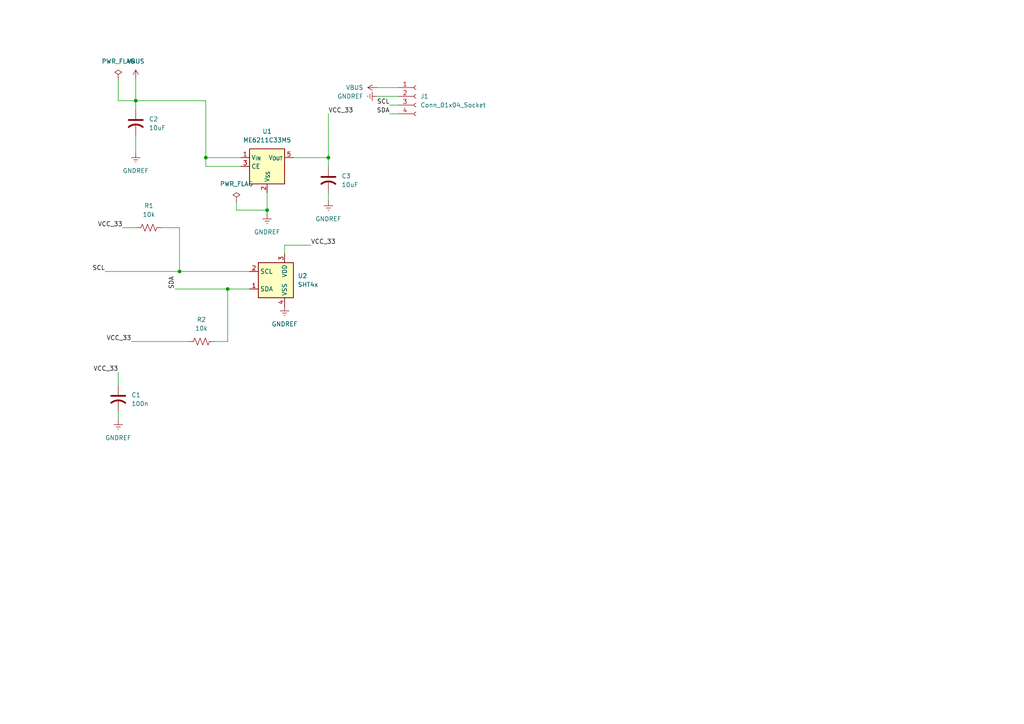
<source format=kicad_sch>
(kicad_sch (version 20250114) (generator "eeschema") (generator_version "9.0")
  (paper "A4")
  (lib_symbols
    (symbol "Connector:Conn_01x04_Socket" (pin_names (offset 1.016) (hide yes))
      (property "Reference" "J" (at 0 5.08 0))
      (property "Value" "Conn_01x04_Socket" (at 0 -7.62 0))
      (symbol "Conn_01x04_Socket_1_1"
        (polyline (pts (xy -1.27 2.54) (xy -0.508 2.54)) (stroke (width 0.1524)))
        (polyline (pts (xy -1.27 0) (xy -0.508 0)) (stroke (width 0.1524)))
        (polyline (pts (xy -1.27 -2.54) (xy -0.508 -2.54)) (stroke (width 0.1524)))
        (polyline (pts (xy -1.27 -5.08) (xy -0.508 -5.08)) (stroke (width 0.1524)))
        (arc (start 0 2.032) (mid -0.5058 2.54) (end 0 3.048) (stroke (width 0.1524)))
        (arc (start 0 -0.508) (mid -0.5058 0) (end 0 0.508) (stroke (width 0.1524)))
        (arc (start 0 -3.048) (mid -0.5058 -2.54) (end 0 -2.032) (stroke (width 0.1524)))
        (arc (start 0 -5.588) (mid -0.5058 -5.08) (end 0 -4.572) (stroke (width 0.1524)))
        (pin passive line (at -5.08 2.54 0) (length 3.81) (name "Pin_1") (number "1"))
        (pin passive line (at -5.08 0 0) (length 3.81) (name "Pin_2") (number "2"))
        (pin passive line (at -5.08 -2.54 0) (length 3.81) (name "Pin_3") (number "3"))
        (pin passive line (at -5.08 -5.08 0) (length 3.81) (name "Pin_4") (number "4"))
      )
    )
    (symbol "Device:C_US" (pin_numbers (hide yes)) (pin_names (offset 0.254) (hide yes))
      (property "Reference" "C" (at 0.635 2.54 0))
      (property "Value" "C_US" (at 0.635 -2.54 0))
      (symbol "C_US_0_1"
        (polyline (pts (xy -2.032 0.762) (xy 2.032 0.762)) (stroke (width 0.508)))
        (arc (start -2.032 -1.27) (mid 0 -0.5572) (end 2.032 -1.27) (stroke (width 0.508)))
      )
      (symbol "C_US_1_1"
        (pin passive line (at 0 3.81 270) (length 2.794) (name "~") (number "1"))
        (pin passive line (at 0 -3.81 90) (length 3.302) (name "~") (number "2"))
      )
    )
    (symbol "Device:R_US" (pin_numbers (hide yes)) (pin_names (offset 0))
      (property "Reference" "R" (at 2.54 0 90))
      (property "Value" "R_US" (at -2.54 0 90))
      (symbol "R_US_0_1"
        (polyline (pts (xy 0 2.286) (xy 0 2.54)))
        (polyline (pts (xy 0 2.286) (xy 1.016 1.905) (xy 0 1.524) (xy -1.016 1.143) (xy 0 0.762)))
        (polyline (pts (xy 0 0.762) (xy 1.016 0.381) (xy 0 0) (xy -1.016 -0.381) (xy 0 -0.762)))
        (polyline (pts (xy 0 -0.762) (xy 1.016 -1.143) (xy 0 -1.524) (xy -1.016 -1.905) (xy 0 -2.286)))
        (polyline (pts (xy 0 -2.286) (xy 0 -2.54)))
      )
      (symbol "R_US_1_1"
        (pin passive line (at 0 3.81 270) (length 1.27) (name "~") (number "1"))
        (pin passive line (at 0 -3.81 90) (length 1.27) (name "~") (number "2"))
      )
    )
    (symbol "Regulator_Linear:ME6211C33M5"
      (property "Reference" "U" (at -4.572 6.35 0))
      (property "Value" "ME6211C33M5" (at 10.16 8.636 0))
      (symbol "ME6211C33M5_1_1"
        (rectangle (start -5.08 5.08) (end 5.08 -5.08) (stroke (width 0.254)) (fill (type background)))
        (pin power_in line (at -7.62 2.54 0) (length 2.54) (name "V_{IN}") (number "1"))
        (pin input line (at -7.62 0 0) (length 2.54) (name "CE") (number "3"))
        (pin power_in line (at 0 -7.62 90) (length 2.54) (name "V_{SS}") (number "2"))
        (pin no_connect line (at 5.08 0 180) (length 2.54) (hide yes) (name "NC") (number "4"))
        (pin power_out line (at 7.62 2.54 180) (length 2.54) (name "V_{OUT}") (number "5"))
      )
    )
    (symbol "Sensor_Humidity:SHT4x"
      (property "Reference" "U" (at 0 8.89 0))
      (property "Value" "SHT4x" (at 0 6.35 0))
      (symbol "SHT4x_1_1"
        (rectangle (start -5.08 5.08) (end 5.08 -5.08) (stroke (width 0.254)) (fill (type background)))
        (pin input line (at -7.62 2.54 0) (length 2.54) (name "SCL") (number "2"))
        (pin bidirectional line (at -7.62 -2.54 0) (length 2.54) (name "SDA") (number "1"))
        (pin power_in line (at 2.54 7.62 270) (length 2.54) (name "VDD") (number "3"))
        (pin power_in line (at 2.54 -7.62 90) (length 2.54) (name "VSS") (number "4"))
      )
    )
    (symbol "power:GNDREF" (power) (pin_numbers (hide yes)) (pin_names (offset 0) (hide yes))
      (property "Value" "GNDREF" (at 0 -3.81 0))
      (symbol "GNDREF_0_1"
        (polyline (pts (xy -0.635 -1.905) (xy 0.635 -1.905)))
        (polyline (pts (xy -0.127 -2.54) (xy 0.127 -2.54)))
        (polyline (pts (xy 0 -1.27) (xy 0 0)))
        (polyline (pts (xy 1.27 -1.27) (xy -1.27 -1.27)))
      )
      (symbol "GNDREF_1_1"
        (pin power_in line (at 0 0 270) (length 0) (name "~") (number "1"))
      )
    )
    (symbol "power:PWR_FLAG" (power) (pin_numbers (hide yes)) (pin_names (offset 0) (hide yes))
      (property "Value" "PWR_FLAG" (at 0 3.81 0))
      (symbol "PWR_FLAG_0_0"
        (pin power_out line (at 0 0 90) (length 0) (name "~") (number "1"))
      )
      (symbol "PWR_FLAG_0_1"
        (polyline (pts (xy 0 0) (xy 0 1.27) (xy -1.016 1.905) (xy 0 2.54) (xy 1.016 1.905) (xy 0 1.27)))
      )
    )
    (symbol "power:VBUS" (power) (pin_numbers (hide yes)) (pin_names (offset 0) (hide yes))
      (property "Value" "VBUS" (at 0 3.556 0))
      (symbol "VBUS_0_1"
        (polyline (pts (xy -0.762 1.27) (xy 0 2.54)))
        (polyline (pts (xy 0 2.54) (xy 0.762 1.27)))
        (polyline (pts (xy 0 0) (xy 0 2.54)))
      )
      (symbol "VBUS_1_1"
        (pin power_in line (at 0 0 90) (length 0) (name "~") (number "1"))
      )
    )
  )
  (junction (at 59.69 45.72))
  (junction (at 66.04 83.82))
  (junction (at 77.47 60.96))
  (junction (at 52.07 78.74))
  (junction (at 39.37 29.21))
  (junction (at 95.25 45.72))
  (wire (pts (xy 34.29 107.95) (xy 34.29 111.76)))
  (wire (pts (xy 109.22 27.94) (xy 115.57 27.94)))
  (wire (pts (xy 39.37 22.86) (xy 39.37 29.21)))
  (wire (pts (xy 69.85 48.26) (xy 59.69 48.26)))
  (wire (pts (xy 95.25 55.88) (xy 95.25 58.42)))
  (wire (pts (xy 52.07 78.74) (xy 72.39 78.74)))
  (wire (pts (xy 77.47 55.88) (xy 77.47 60.96)))
  (wire (pts (xy 113.03 30.48) (xy 115.57 30.48)))
  (wire (pts (xy 34.29 22.86) (xy 34.29 29.21)))
  (wire (pts (xy 50.8 83.82) (xy 66.04 83.82)))
  (wire (pts (xy 38.1 99.06) (xy 54.61 99.06)))
  (wire (pts (xy 69.85 45.72) (xy 59.69 45.72)))
  (wire (pts (xy 95.25 33.02) (xy 95.25 45.72)))
  (wire (pts (xy 46.99 66.04) (xy 52.07 66.04)))
  (wire (pts (xy 68.58 58.42) (xy 68.58 60.96)))
  (wire (pts (xy 59.69 29.21) (xy 39.37 29.21)))
  (wire (pts (xy 109.22 25.4) (xy 115.57 25.4)))
  (wire (pts (xy 113.03 33.02) (xy 115.57 33.02)))
  (wire (pts (xy 62.23 99.06) (xy 66.04 99.06)))
  (wire (pts (xy 66.04 83.82) (xy 72.39 83.82)))
  (wire (pts (xy 39.37 39.37) (xy 39.37 44.45)))
  (wire (pts (xy 59.69 45.72) (xy 59.69 29.21)))
  (wire (pts (xy 35.56 66.04) (xy 39.37 66.04)))
  (wire (pts (xy 52.07 66.04) (xy 52.07 78.74)))
  (wire (pts (xy 34.29 29.21) (xy 39.37 29.21)))
  (wire (pts (xy 82.55 71.12) (xy 82.55 73.66)))
  (wire (pts (xy 68.58 60.96) (xy 77.47 60.96)))
  (wire (pts (xy 77.47 60.96) (xy 77.47 62.23)))
  (wire (pts (xy 34.29 121.92) (xy 34.29 119.38)))
  (wire (pts (xy 90.17 71.12) (xy 82.55 71.12)))
  (wire (pts (xy 39.37 29.21) (xy 39.37 31.75)))
  (wire (pts (xy 66.04 99.06) (xy 66.04 83.82)))
  (wire (pts (xy 59.69 48.26) (xy 59.69 45.72)))
  (wire (pts (xy 30.48 78.74) (xy 52.07 78.74)))
  (wire (pts (xy 85.09 45.72) (xy 95.25 45.72)))
  (wire (pts (xy 95.25 45.72) (xy 95.25 48.26)))
  (label "SCL" (at 113.03 30.48 180))
  (label "SDA" (at 50.8 83.82 90))
  (label "VCC_33" (at 35.56 66.04 180))
  (label "VCC_33" (at 95.25 33.02 0))
  (label "SDA" (at 113.03 33.02 180))
  (label "VCC_33" (at 38.1 99.06 180))
  (label "VCC_33" (at 90.17 71.12 0))
  (label "VCC_33" (at 34.29 107.95 180))
  (label "SCL" (at 30.48 78.74 180))
  (symbol (lib_id "power:PWR_FLAG") (at 68.58 58.42 0) (unit 1)
    (property "Reference" "#FLG02" (effects (hide yes)))
    (property "Value" "PWR_FLAG" (at 68.58 53.34 0))
    (property "Description" "Special symbol for telling ERC where power comes from" (effects (hide yes)))
  )
  (symbol (lib_id "Device:C_US") (at 34.29 115.57 0) (unit 1)
    (property "Reference" "C1" (at 38.1 114.5539 0) (effects (justify left)))
    (property "Value" "100n" (at 38.1 117.0939 0) (effects (justify left)))
    (property "Footprint" "Capacitor_SMD:C_1206_3216Metric_Pad1.33x1.80mm_HandSolder" (effects (hide yes)))
    (property "Description" "capacitor, US symbol" (effects (hide yes)))
  )
  (symbol (lib_id "power:GNDREF") (at 109.22 27.94 270) (unit 1)
    (property "Reference" "#PWR08" (effects (hide yes)))
    (property "Value" "GNDREF" (at 105.41 27.9399 90) (effects (justify right)))
    (property "Description" "Power symbol creates a global label with name \"GNDREF\" , reference supply ground" (effects (hide yes)))
  )
  (symbol (lib_id "Device:C_US") (at 39.37 35.56 0) (unit 1)
    (property "Reference" "C2" (at 43.18 34.5439 0) (effects (justify left)))
    (property "Value" "10uF" (at 43.18 37.0839 0) (effects (justify left)))
    (property "Footprint" "Capacitor_SMD:C_1206_3216Metric_Pad1.33x1.80mm_HandSolder" (effects (hide yes)))
    (property "Description" "capacitor, US symbol" (effects (hide yes)))
  )
  (symbol (lib_id "power:GNDREF") (at 39.37 44.45 0) (unit 1)
    (property "Reference" "#PWR04" (effects (hide yes)))
    (property "Value" "GNDREF" (at 39.37 49.53 0))
    (property "Description" "Power symbol creates a global label with name \"GNDREF\" , reference supply ground" (effects (hide yes)))
  )
  (symbol (lib_id "power:GNDREF") (at 82.55 88.9 0) (unit 1)
    (property "Reference" "#PWR01" (effects (hide yes)))
    (property "Value" "GNDREF" (at 82.55 93.98 0))
    (property "Description" "Power symbol creates a global label with name \"GNDREF\" , reference supply ground" (effects (hide yes)))
  )
  (symbol (lib_id "power:GNDREF") (at 95.25 58.42 0) (unit 1)
    (property "Reference" "#PWR05" (effects (hide yes)))
    (property "Value" "GNDREF" (at 95.25 63.5 0))
    (property "Description" "Power symbol creates a global label with name \"GNDREF\" , reference supply ground" (effects (hide yes)))
  )
  (symbol (lib_id "power:VBUS") (at 39.37 22.86 0) (unit 1)
    (property "Reference" "#PWR03" (effects (hide yes)))
    (property "Value" "VBUS" (at 39.37 17.78 0))
    (property "Description" "Power symbol creates a global label with name \"VBUS\"" (effects (hide yes)))
  )
  (symbol (lib_id "Sensor_Humidity:SHT4x") (at 80.01 81.28 0) (unit 1)
    (property "Reference" "U2" (at 86.36 80.0099 0) (effects (justify left)))
    (property "Value" "SHT4x" (at 86.36 82.5499 0) (effects (justify left)))
    (property "Footprint" "Sensor_Humidity:Sensirion_DFN-4_1.5x1.5mm_P0.8mm_SHT4x_NoCentralPad" (effects (hide yes)))
    (property "Datasheet" "https://sensirion.com/media/documents/33FD6951/624C4357/Datasheet_SHT4x.pdf" (effects (hide yes)))
    (property "Description" "Digital Humidity and Temperature Sensor, ±1%RH, ±0.1°C, I2C, 1.08-3.6V, 16bit, DFN-4" (effects (hide yes)))
  )
  (symbol (lib_id "power:GNDREF") (at 77.47 62.23 0) (unit 1)
    (property "Reference" "#PWR06" (effects (hide yes)))
    (property "Value" "GNDREF" (at 77.47 67.31 0))
    (property "Description" "Power symbol creates a global label with name \"GNDREF\" , reference supply ground" (effects (hide yes)))
  )
  (symbol (lib_id "power:VBUS") (at 109.22 25.4 90) (unit 1)
    (property "Reference" "#PWR07" (effects (hide yes)))
    (property "Value" "VBUS" (at 105.41 25.3999 90) (effects (justify left)))
    (property "Description" "Power symbol creates a global label with name \"VBUS\"" (effects (hide yes)))
  )
  (symbol (lib_id "power:GNDREF") (at 34.29 121.92 0) (unit 1)
    (property "Reference" "#PWR02" (effects (hide yes)))
    (property "Value" "GNDREF" (at 34.29 127 0))
    (property "Description" "Power symbol creates a global label with name \"GNDREF\" , reference supply ground" (effects (hide yes)))
  )
  (symbol (lib_id "Device:R_US") (at 58.42 99.06 90) (unit 1)
    (property "Reference" "R2" (at 58.42 92.71 90))
    (property "Value" "10k" (at 58.42 95.25 90))
    (property "Footprint" "Resistor_SMD:R_1206_3216Metric_Pad1.30x1.75mm_HandSolder" (effects (hide yes)))
    (property "Description" "Resistor, US symbol" (effects (hide yes)))
  )
  (symbol (lib_id "Regulator_Linear:ME6211C33M5") (at 77.47 48.26 0) (unit 1)
    (property "Reference" "U1" (at 77.47 38.1 0))
    (property "Value" "ME6211C33M5" (at 77.47 40.64 0))
    (property "Footprint" "Package_TO_SOT_SMD:SOT-23-5" (effects (hide yes)))
    (property "Datasheet" "https://www.lcsc.com/datasheet/lcsc_datasheet_2304140030_MICRONE-Nanjing-Micro-One-Elec-ME6211C33R5G_C235316.pdf" (effects (hide yes)))
    (property "Description" "500mA low dropout linear regulator, shutdown pin, 6.5V max input voltage, 3.3V fixed positive output, SOT-23-5" (effects (hide yes)))
  )
  (symbol (lib_id "power:PWR_FLAG") (at 34.29 22.86 0) (unit 1)
    (property "Reference" "#FLG01" (effects (hide yes)))
    (property "Value" "PWR_FLAG" (at 34.29 17.78 0))
    (property "Description" "Special symbol for telling ERC where power comes from" (effects (hide yes)))
  )
  (symbol (lib_id "Device:R_US") (at 43.18 66.04 90) (unit 1)
    (property "Reference" "R1" (at 43.18 59.69 90))
    (property "Value" "10k" (at 43.18 62.23 90))
    (property "Footprint" "Resistor_SMD:R_1206_3216Metric_Pad1.30x1.75mm_HandSolder" (effects (hide yes)))
    (property "Description" "Resistor, US symbol" (effects (hide yes)))
  )
  (symbol (lib_id "Connector:Conn_01x04_Socket") (at 120.65 27.94 0) (unit 1)
    (property "Reference" "J1" (at 121.92 27.9399 0) (effects (justify left)))
    (property "Value" "Conn_01x04_Socket" (at 121.92 30.4799 0) (effects (justify left)))
    (property "Footprint" "Connector_PinHeader_1.00mm:PinHeader_1x04_P1.00mm_Horizontal" (effects (hide yes)))
    (property "Description" "Generic connector, single row, 01x04, script generated" (effects (hide yes)))
  )
  (symbol (lib_id "Device:C_US") (at 95.25 52.07 0) (unit 1)
    (property "Reference" "C3" (at 99.06 51.0539 0) (effects (justify left)))
    (property "Value" "10uF" (at 99.06 53.5939 0) (effects (justify left)))
    (property "Footprint" "Capacitor_SMD:C_1206_3216Metric_Pad1.33x1.80mm_HandSolder" (effects (hide yes)))
    (property "Description" "capacitor, US symbol" (effects (hide yes)))
  )
)
</source>
